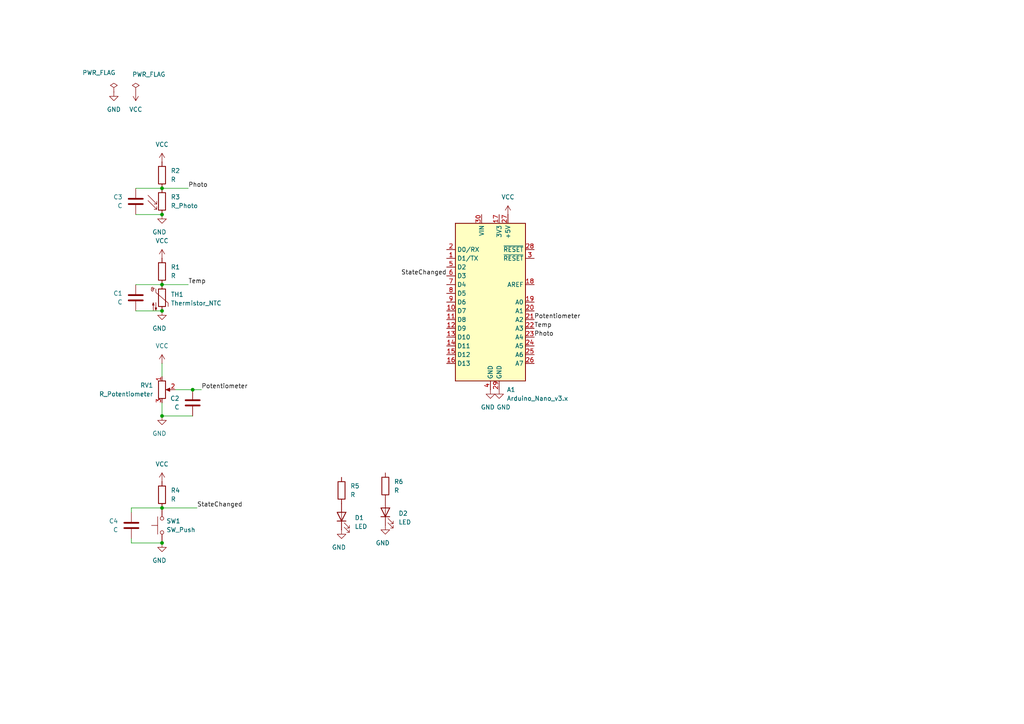
<source format=kicad_sch>
(kicad_sch (version 20231120) (generator "eeschema") (generator_version "8.0")
  (paper "A4")
  (lib_symbols
    (symbol "Device:C" (pin_numbers hide) (pin_names (offset 0.254))
      (property "Reference" "C" (at 0.635 2.54 0))
      (property "Value" "C" (at 0.635 -2.54 0))
      (symbol "C_0_1"
        (polyline (pts (xy -2.032 -0.762) (xy 2.032 -0.762)) (stroke (width 0.508)))
        (polyline (pts (xy -2.032 0.762) (xy 2.032 0.762)) (stroke (width 0.508)))
      )
      (symbol "C_1_1"
        (pin passive line (at 0 3.81 270) (length 2.794) (name "~") (number "1"))
        (pin passive line (at 0 -3.81 90) (length 2.794) (name "~") (number "2"))
      )
    )
    (symbol "Device:LED" (pin_numbers hide) (pin_names (offset 1.016) hide)
      (property "Reference" "D" (at 0 2.54 0))
      (property "Value" "LED" (at 0 -2.54 0))
      (symbol "LED_0_1"
        (polyline (pts (xy -1.27 -1.27) (xy -1.27 1.27)) (stroke (width 0.254)))
        (polyline (pts (xy -1.27 0) (xy 1.27 0)))
        (polyline (pts (xy 1.27 -1.27) (xy 1.27 1.27) (xy -1.27 0) (xy 1.27 -1.27)) (stroke (width 0.254)))
        (polyline (pts (xy -3.048 -0.762) (xy -4.572 -2.286) (xy -3.81 -2.286) (xy -4.572 -2.286) (xy -4.572 -1.524)))
        (polyline (pts (xy -1.778 -0.762) (xy -3.302 -2.286) (xy -2.54 -2.286) (xy -3.302 -2.286) (xy -3.302 -1.524)))
      )
      (symbol "LED_1_1"
        (pin passive line (at -3.81 0 0) (length 2.54) (name "K") (number "1"))
        (pin passive line (at 3.81 0 180) (length 2.54) (name "A") (number "2"))
      )
    )
    (symbol "Device:R" (pin_numbers hide) (pin_names (offset 0))
      (property "Reference" "R" (at 2.032 0 90))
      (property "Value" "R" (at 0 0 90))
      (symbol "R_0_1"
        (rectangle (start -1.016 -2.54) (end 1.016 2.54) (stroke (width 0.254)))
      )
      (symbol "R_1_1"
        (pin passive line (at 0 3.81 270) (length 1.27) (name "~") (number "1"))
        (pin passive line (at 0 -3.81 90) (length 1.27) (name "~") (number "2"))
      )
    )
    (symbol "Device:R_Photo" (pin_numbers hide) (pin_names (offset 0))
      (property "Reference" "R" (at 1.27 1.27 0))
      (property "Value" "R_Photo" (at 1.27 0 0))
      (symbol "R_Photo_0_1"
        (rectangle (start -1.016 2.54) (end 1.016 -2.54) (stroke (width 0.254)))
        (polyline (pts (xy -1.524 -2.286) (xy -4.064 0.254)))
        (polyline (pts (xy -1.524 -2.286) (xy -2.286 -2.286)))
        (polyline (pts (xy -1.524 -2.286) (xy -1.524 -1.524)))
        (polyline (pts (xy -1.524 -0.762) (xy -4.064 1.778)))
        (polyline (pts (xy -1.524 -0.762) (xy -2.286 -0.762)))
        (polyline (pts (xy -1.524 -0.762) (xy -1.524 0)))
      )
      (symbol "R_Photo_1_1"
        (pin passive line (at 0 3.81 270) (length 1.27) (name "~") (number "1"))
        (pin passive line (at 0 -3.81 90) (length 1.27) (name "~") (number "2"))
      )
    )
    (symbol "Device:R_Potentiometer" (pin_names (offset 1.016) hide)
      (property "Reference" "RV" (at -4.445 0 90))
      (property "Value" "R_Potentiometer" (at -2.54 0 90))
      (symbol "R_Potentiometer_0_1"
        (polyline (pts (xy 2.54 0) (xy 1.524 0)))
        (polyline (pts (xy 1.143 0) (xy 2.286 0.508) (xy 2.286 -0.508) (xy 1.143 0)) (fill (type outline)))
        (rectangle (start 1.016 2.54) (end -1.016 -2.54) (stroke (width 0.254)))
      )
      (symbol "R_Potentiometer_1_1"
        (pin passive line (at 0 3.81 270) (length 1.27) (name "1") (number "1"))
        (pin passive line (at 3.81 0 180) (length 1.27) (name "2") (number "2"))
        (pin passive line (at 0 -3.81 90) (length 1.27) (name "3") (number "3"))
      )
    )
    (symbol "Device:Thermistor_NTC" (pin_numbers hide) (pin_names (offset 0))
      (property "Reference" "TH" (at -4.445 0 90))
      (property "Value" "Thermistor_NTC" (at 3.175 0 90))
      (symbol "Thermistor_NTC_0_1"
        (arc (start -3.048 2.159) (mid -3.0495 2.3143) (end -3.175 2.413))
        (arc (start -3.048 2.159) (mid -2.9736 1.9794) (end -2.794 1.905))
        (arc (start -3.048 2.794) (mid -2.9736 2.6144) (end -2.794 2.54))
        (arc (start -2.794 1.905) (mid -2.6144 1.9794) (end -2.54 2.159))
        (arc (start -2.794 2.54) (mid -2.4393 2.5587) (end -2.159 2.794))
        (arc (start -2.794 3.048) (mid -2.9736 2.9736) (end -3.048 2.794))
        (arc (start -2.54 2.794) (mid -2.6144 2.9736) (end -2.794 3.048))
        (rectangle (start -1.016 2.54) (end 1.016 -2.54) (stroke (width 0.254)))
        (polyline (pts (xy -2.54 2.159) (xy -2.54 2.794)))
        (polyline (pts (xy -1.778 2.54) (xy -1.778 1.524) (xy 1.778 -1.524) (xy 1.778 -2.54)))
        (polyline (pts (xy -2.54 -3.683) (xy -2.54 -1.397) (xy -2.794 -2.159) (xy -2.286 -2.159) (xy -2.54 -1.397) (xy -2.54 -1.651)) (fill (type outline)))
        (polyline (pts (xy -1.778 -1.397) (xy -1.778 -3.683) (xy -2.032 -2.921) (xy -1.524 -2.921) (xy -1.778 -3.683) (xy -1.778 -3.429)) (fill (type outline)))
      )
      (symbol "Thermistor_NTC_1_1"
        (pin passive line (at 0 3.81 270) (length 1.27) (name "~") (number "1"))
        (pin passive line (at 0 -3.81 90) (length 1.27) (name "~") (number "2"))
      )
    )
    (symbol "MCU_Module:Arduino_Nano_v3.x"
      (property "Reference" "A" (at -10.16 23.495 0))
      (property "Value" "Arduino_Nano_v3.x" (at 5.08 -24.13 0))
      (symbol "Arduino_Nano_v3.x_0_1"
        (rectangle (start -10.16 22.86) (end 10.16 -22.86) (stroke (width 0.254)) (fill (type background)))
      )
      (symbol "Arduino_Nano_v3.x_1_1"
        (pin bidirectional line (at -12.7 12.7 0) (length 2.54) (name "D1/TX") (number "1"))
        (pin bidirectional line (at -12.7 -2.54 0) (length 2.54) (name "D7") (number "10"))
        (pin bidirectional line (at -12.7 -5.08 0) (length 2.54) (name "D8") (number "11"))
        (pin bidirectional line (at -12.7 -7.62 0) (length 2.54) (name "D9") (number "12"))
        (pin bidirectional line (at -12.7 -10.16 0) (length 2.54) (name "D10") (number "13"))
        (pin bidirectional line (at -12.7 -12.7 0) (length 2.54) (name "D11") (number "14"))
        (pin bidirectional line (at -12.7 -15.24 0) (length 2.54) (name "D12") (number "15"))
        (pin bidirectional line (at -12.7 -17.78 0) (length 2.54) (name "D13") (number "16"))
        (pin power_out line (at 2.54 25.4 270) (length 2.54) (name "3V3") (number "17"))
        (pin input line (at 12.7 5.08 180) (length 2.54) (name "AREF") (number "18"))
        (pin bidirectional line (at 12.7 0 180) (length 2.54) (name "A0") (number "19"))
        (pin bidirectional line (at -12.7 15.24 0) (length 2.54) (name "D0/RX") (number "2"))
        (pin bidirectional line (at 12.7 -2.54 180) (length 2.54) (name "A1") (number "20"))
        (pin bidirectional line (at 12.7 -5.08 180) (length 2.54) (name "A2") (number "21"))
        (pin bidirectional line (at 12.7 -7.62 180) (length 2.54) (name "A3") (number "22"))
        (pin bidirectional line (at 12.7 -10.16 180) (length 2.54) (name "A4") (number "23"))
        (pin bidirectional line (at 12.7 -12.7 180) (length 2.54) (name "A5") (number "24"))
        (pin bidirectional line (at 12.7 -15.24 180) (length 2.54) (name "A6") (number "25"))
        (pin bidirectional line (at 12.7 -17.78 180) (length 2.54) (name "A7") (number "26"))
        (pin power_out line (at 5.08 25.4 270) (length 2.54) (name "+5V") (number "27"))
        (pin input line (at 12.7 15.24 180) (length 2.54) (name "~{RESET}") (number "28"))
        (pin power_in line (at 2.54 -25.4 90) (length 2.54) (name "GND") (number "29"))
        (pin input line (at 12.7 12.7 180) (length 2.54) (name "~{RESET}") (number "3"))
        (pin power_in line (at -2.54 25.4 270) (length 2.54) (name "VIN") (number "30"))
        (pin power_in line (at 0 -25.4 90) (length 2.54) (name "GND") (number "4"))
        (pin bidirectional line (at -12.7 10.16 0) (length 2.54) (name "D2") (number "5"))
        (pin bidirectional line (at -12.7 7.62 0) (length 2.54) (name "D3") (number "6"))
        (pin bidirectional line (at -12.7 5.08 0) (length 2.54) (name "D4") (number "7"))
        (pin bidirectional line (at -12.7 2.54 0) (length 2.54) (name "D5") (number "8"))
        (pin bidirectional line (at -12.7 0 0) (length 2.54) (name "D6") (number "9"))
      )
    )
    (symbol "Switch:SW_Push" (pin_numbers hide) (pin_names (offset 1.016) hide)
      (property "Reference" "SW" (at 1.27 2.54 0))
      (property "Value" "SW_Push" (at 0 -1.524 0))
      (symbol "SW_Push_0_1"
        (circle (center -2.032 0) (radius 0.508))
        (polyline (pts (xy 0 1.27) (xy 0 3.048)))
        (polyline (pts (xy 2.54 1.27) (xy -2.54 1.27)))
        (circle (center 2.032 0) (radius 0.508))
        (pin passive line (at -5.08 0 0) (length 2.54) (name "1") (number "1"))
        (pin passive line (at 5.08 0 180) (length 2.54) (name "2") (number "2"))
      )
    )
    (symbol "power:GND" (power) (pin_numbers hide) (pin_names (offset 0) hide)
      (property "Value" "GND" (at 0 -3.81 0))
      (symbol "GND_0_1"
        (polyline (pts (xy 0 0) (xy 0 -1.27) (xy 1.27 -1.27) (xy 0 -2.54) (xy -1.27 -1.27) (xy 0 -1.27)))
      )
      (symbol "GND_1_1"
        (pin power_in line (at 0 0 270) (length 0) (name "~") (number "1"))
      )
    )
    (symbol "power:PWR_FLAG" (power) (pin_numbers hide) (pin_names (offset 0) hide)
      (property "Value" "PWR_FLAG" (at 0 3.81 0))
      (symbol "PWR_FLAG_0_0"
        (pin power_out line (at 0 0 90) (length 0) (name "~") (number "1"))
      )
      (symbol "PWR_FLAG_0_1"
        (polyline (pts (xy 0 0) (xy 0 1.27) (xy -1.016 1.905) (xy 0 2.54) (xy 1.016 1.905) (xy 0 1.27)))
      )
    )
    (symbol "power:VCC" (power) (pin_numbers hide) (pin_names (offset 0) hide)
      (property "Value" "VCC" (at 0 3.556 0))
      (symbol "VCC_0_1"
        (polyline (pts (xy -0.762 1.27) (xy 0 2.54)))
        (polyline (pts (xy 0 0) (xy 0 2.54)))
        (polyline (pts (xy 0 2.54) (xy 0.762 1.27)))
      )
      (symbol "VCC_1_1"
        (pin power_in line (at 0 0 90) (length 0) (name "~") (number "1"))
      )
    )
  )
  (junction (at 46.99 120.65))
  (junction (at 55.88 113.03))
  (junction (at 46.99 90.17))
  (junction (at 46.99 62.23))
  (junction (at 46.99 54.61))
  (junction (at 46.99 147.32))
  (junction (at 46.99 157.48))
  (junction (at 46.99 82.55))
  (wire (pts (xy 38.1 147.32) (xy 38.1 148.59)))
  (wire (pts (xy 46.99 147.32) (xy 38.1 147.32)))
  (wire (pts (xy 46.99 54.61) (xy 54.61 54.61)))
  (wire (pts (xy 46.99 147.32) (xy 57.15 147.32)))
  (wire (pts (xy 46.99 82.55) (xy 54.61 82.55)))
  (wire (pts (xy 46.99 120.65) (xy 55.88 120.65)))
  (wire (pts (xy 39.37 54.61) (xy 46.99 54.61)))
  (wire (pts (xy 55.88 113.03) (xy 58.42 113.03)))
  (wire (pts (xy 39.37 90.17) (xy 46.99 90.17)))
  (wire (pts (xy 46.99 105.41) (xy 46.99 109.22)))
  (wire (pts (xy 38.1 156.21) (xy 38.1 157.48)))
  (wire (pts (xy 39.37 82.55) (xy 46.99 82.55)))
  (wire (pts (xy 46.99 116.84) (xy 46.99 120.65)))
  (wire (pts (xy 39.37 62.23) (xy 46.99 62.23)))
  (wire (pts (xy 50.8 113.03) (xy 55.88 113.03)))
  (wire (pts (xy 38.1 157.48) (xy 46.99 157.48)))
  (label "StateChanged" (at 129.54 80.01 180))
  (label "Potentiometer" (at 154.94 92.71 0))
  (label "Potentiometer" (at 58.42 113.03 0))
  (label "Photo" (at 54.61 54.61 0))
  (label "StateChanged" (at 57.15 147.32 0))
  (label "Temp" (at 154.94 95.25 0))
  (label "Temp" (at 54.61 82.55 0))
  (label "Photo" (at 154.94 97.79 0))
  (symbol (lib_id "Device:R") (at 46.99 143.51 0) (unit 1)
    (property "Reference" "R4" (at 49.53 142.2399 0) (effects (justify left)))
    (property "Value" "R" (at 49.53 144.7799 0) (effects (justify left)))
    (property "Description" "Resistor" (effects (hide yes)))
  )
  (symbol (lib_id "power:GND") (at 142.24 113.03 0) (unit 1)
    (property "Reference" "#PWR04" (effects (hide yes)))
    (property "Value" "GND" (at 141.478 118.11 0))
    (property "Description" "Power symbol creates a global label with name \"GND\" , ground" (effects (hide yes)))
  )
  (symbol (lib_id "Device:R") (at 46.99 78.74 0) (unit 1)
    (property "Reference" "R1" (at 49.53 77.4699 0) (effects (justify left)))
    (property "Value" "R" (at 49.53 80.0099 0) (effects (justify left)))
    (property "Description" "Resistor" (effects (hide yes)))
  )
  (symbol (lib_id "power:VCC") (at 39.37 26.67 0) (mirror x) (unit 1)
    (property "Reference" "#PWR02" (effects (hide yes)))
    (property "Value" "VCC" (at 39.37 31.75 0))
    (property "Description" "Power symbol creates a global label with name \"VCC\"" (effects (hide yes)))
  )
  (symbol (lib_id "power:GND") (at 46.99 62.23 0) (unit 1)
    (property "Reference" "#PWR011" (effects (hide yes)))
    (property "Value" "GND" (at 46.228 67.31 0))
    (property "Description" "Power symbol creates a global label with name \"GND\" , ground" (effects (hide yes)))
  )
  (symbol (lib_id "Device:R") (at 99.06 142.24 0) (unit 1)
    (property "Reference" "R5" (at 101.6 140.9699 0) (effects (justify left)))
    (property "Value" "R" (at 101.6 143.5099 0) (effects (justify left)))
    (property "Description" "Resistor" (effects (hide yes)))
  )
  (symbol (lib_id "Device:C") (at 38.1 152.4 0) (unit 1)
    (property "Reference" "C4" (at 34.29 151.1299 0) (effects (justify right)))
    (property "Value" "C" (at 34.29 153.6699 0) (effects (justify right)))
    (property "Description" "Unpolarized capacitor" (effects (hide yes)))
  )
  (symbol (lib_id "power:VCC") (at 46.99 105.41 0) (mirror y) (unit 1)
    (property "Reference" "#PWR08" (effects (hide yes)))
    (property "Value" "VCC" (at 46.99 100.33 0))
    (property "Description" "Power symbol creates a global label with name \"VCC\"" (effects (hide yes)))
  )
  (symbol (lib_id "Device:R") (at 46.99 50.8 0) (unit 1)
    (property "Reference" "R2" (at 49.53 49.5299 0) (effects (justify left)))
    (property "Value" "R" (at 49.53 52.0699 0) (effects (justify left)))
    (property "Description" "Resistor" (effects (hide yes)))
  )
  (symbol (lib_id "Device:C") (at 39.37 58.42 0) (unit 1)
    (property "Reference" "C3" (at 35.56 57.1499 0) (effects (justify right)))
    (property "Value" "C" (at 35.56 59.6899 0) (effects (justify right)))
    (property "Description" "Unpolarized capacitor" (effects (hide yes)))
  )
  (symbol (lib_id "power:GND") (at 33.02 26.67 0) (unit 1)
    (property "Reference" "#PWR01" (effects (hide yes)))
    (property "Value" "GND" (at 33.02 31.75 0))
    (property "Description" "Power symbol creates a global label with name \"GND\" , ground" (effects (hide yes)))
  )
  (symbol (lib_id "Device:R") (at 111.76 140.97 0) (unit 1)
    (property "Reference" "R6" (at 114.3 139.6999 0) (effects (justify left)))
    (property "Value" "R" (at 114.3 142.2399 0) (effects (justify left)))
    (property "Description" "Resistor" (effects (hide yes)))
  )
  (symbol (lib_id "power:VCC") (at 147.32 62.23 0) (mirror y) (unit 1)
    (property "Reference" "#PWR03" (effects (hide yes)))
    (property "Value" "VCC" (at 147.32 57.15 0))
    (property "Description" "Power symbol creates a global label with name \"VCC\"" (effects (hide yes)))
  )
  (symbol (lib_id "power:PWR_FLAG") (at 33.02 26.67 0) (unit 1)
    (property "Reference" "#FLG01" (effects (hide yes)))
    (property "Value" "PWR_FLAG" (at 28.702 21.082 0))
    (property "Description" "Special symbol for telling ERC where power comes from" (effects (hide yes)))
  )
  (symbol (lib_id "power:VCC") (at 46.99 74.93 0) (mirror y) (unit 1)
    (property "Reference" "#PWR07" (effects (hide yes)))
    (property "Value" "VCC" (at 46.99 69.85 0))
    (property "Description" "Power symbol creates a global label with name \"VCC\"" (effects (hide yes)))
  )
  (symbol (lib_id "power:GND") (at 46.99 90.17 0) (unit 1)
    (property "Reference" "#PWR06" (effects (hide yes)))
    (property "Value" "GND" (at 46.228 95.25 0))
    (property "Description" "Power symbol creates a global label with name \"GND\" , ground" (effects (hide yes)))
  )
  (symbol (lib_id "Device:C") (at 55.88 116.84 0) (unit 1)
    (property "Reference" "C2" (at 52.07 115.5699 0) (effects (justify right)))
    (property "Value" "C" (at 52.07 118.1099 0) (effects (justify right)))
    (property "Description" "Unpolarized capacitor" (effects (hide yes)))
  )
  (symbol (lib_id "power:GND") (at 99.06 153.67 0) (unit 1)
    (property "Reference" "#PWR014" (effects (hide yes)))
    (property "Value" "GND" (at 98.298 158.75 0))
    (property "Description" "Power symbol creates a global label with name \"GND\" , ground" (effects (hide yes)))
  )
  (symbol (lib_id "power:GND") (at 46.99 120.65 0) (unit 1)
    (property "Reference" "#PWR09" (effects (hide yes)))
    (property "Value" "GND" (at 46.228 125.73 0))
    (property "Description" "Power symbol creates a global label with name \"GND\" , ground" (effects (hide yes)))
  )
  (symbol (lib_id "power:GND") (at 46.99 157.48 0) (unit 1)
    (property "Reference" "#PWR013" (effects (hide yes)))
    (property "Value" "GND" (at 46.228 162.56 0))
    (property "Description" "Power symbol creates a global label with name \"GND\" , ground" (effects (hide yes)))
  )
  (symbol (lib_id "Device:R_Potentiometer") (at 46.99 113.03 0) (unit 1)
    (property "Reference" "RV1" (at 44.45 111.7599 0) (effects (justify right)))
    (property "Value" "R_Potentiometer" (at 44.45 114.2999 0) (effects (justify right)))
    (property "Description" "Potentiometer" (effects (hide yes)))
  )
  (symbol (lib_id "Device:R_Photo") (at 46.99 58.42 0) (unit 1)
    (property "Reference" "R3" (at 49.53 57.1499 0) (effects (justify left)))
    (property "Value" "R_Photo" (at 49.53 59.6899 0) (effects (justify left)))
    (property "Description" "Photoresistor" (effects (hide yes)))
  )
  (symbol (lib_id "Device:LED") (at 111.76 148.59 90) (unit 1)
    (property "Reference" "D2" (at 115.57 148.9074 90) (effects (justify right)))
    (property "Value" "LED" (at 115.57 151.4474 90) (effects (justify right)))
    (property "Description" "Light emitting diode" (effects (hide yes)))
  )
  (symbol (lib_id "power:PWR_FLAG") (at 39.37 26.67 0) (unit 1)
    (property "Reference" "#FLG02" (effects (hide yes)))
    (property "Value" "PWR_FLAG" (at 43.18 21.59 0))
    (property "Description" "Special symbol for telling ERC where power comes from" (effects (hide yes)))
  )
  (symbol (lib_id "Device:C") (at 39.37 86.36 0) (unit 1)
    (property "Reference" "C1" (at 35.56 85.0899 0) (effects (justify right)))
    (property "Value" "C" (at 35.56 87.6299 0) (effects (justify right)))
    (property "Description" "Unpolarized capacitor" (effects (hide yes)))
  )
  (symbol (lib_id "power:GND") (at 111.76 152.4 0) (unit 1)
    (property "Reference" "#PWR015" (effects (hide yes)))
    (property "Value" "GND" (at 110.998 157.48 0))
    (property "Description" "Power symbol creates a global label with name \"GND\" , ground" (effects (hide yes)))
  )
  (symbol (lib_id "MCU_Module:Arduino_Nano_v3.x") (at 142.24 87.63 0) (unit 1)
    (property "Reference" "A1" (at 146.9741 113.03 0) (effects (justify left)))
    (property "Value" "Arduino_Nano_v3.x" (at 146.9741 115.57 0) (effects (justify left)))
    (property "Footprint" "Module:Arduino_Nano" (effects (hide yes)))
    (property "Datasheet" "http://www.mouser.com/pdfdocs/Gravitech_Arduino_Nano3_0.pdf" (effects (hide yes)))
    (property "Description" "Arduino Nano v3.x" (effects (hide yes)))
  )
  (symbol (lib_id "Device:LED") (at 99.06 149.86 90) (unit 1)
    (property "Reference" "D1" (at 102.87 150.1774 90) (effects (justify right)))
    (property "Value" "LED" (at 102.87 152.7174 90) (effects (justify right)))
    (property "Description" "Light emitting diode" (effects (hide yes)))
  )
  (symbol (lib_id "power:VCC") (at 46.99 46.99 0) (mirror y) (unit 1)
    (property "Reference" "#PWR010" (effects (hide yes)))
    (property "Value" "VCC" (at 46.99 41.91 0))
    (property "Description" "Power symbol creates a global label with name \"VCC\"" (effects (hide yes)))
  )
  (symbol (lib_id "power:VCC") (at 46.99 139.7 0) (mirror y) (unit 1)
    (property "Reference" "#PWR012" (effects (hide yes)))
    (property "Value" "VCC" (at 46.99 134.62 0))
    (property "Description" "Power symbol creates a global label with name \"VCC\"" (effects (hide yes)))
  )
  (symbol (lib_id "Device:Thermistor_NTC") (at 46.99 86.36 0) (unit 1)
    (property "Reference" "TH1" (at 49.53 85.4074 0) (effects (justify left)))
    (property "Value" "Thermistor_NTC" (at 49.53 87.9474 0) (effects (justify left)))
    (property "Description" "Temperature dependent resistor, negative temperature coefficient" (effects (hide yes)))
  )
  (symbol (lib_id "Switch:SW_Push") (at 46.99 152.4 90) (unit 1)
    (property "Reference" "SW1" (at 48.26 151.1299 90) (effects (justify right)))
    (property "Value" "SW_Push" (at 48.26 153.6699 90) (effects (justify right)))
    (property "Description" "Push button switch, generic, two pins" (effects (hide yes)))
  )
  (symbol (lib_id "power:GND") (at 144.78 113.03 0) (unit 1)
    (property "Reference" "#PWR05" (effects (hide yes)))
    (property "Value" "GND" (at 146.05 118.11 0))
    (property "Description" "Power symbol creates a global label with name \"GND\" , ground" (effects (hide yes)))
  )
)
</source>
